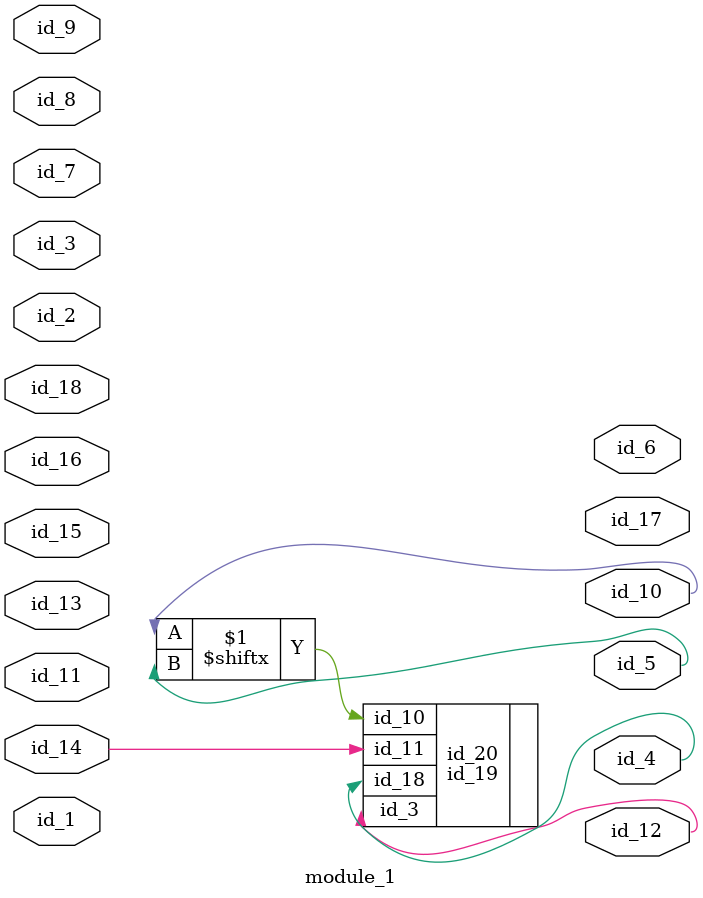
<source format=v>
module module_0 (
    output [id_1 : id_1] id_2,
    input [id_2 : id_1] id_3,
    input [id_2 : id_1] id_4,
    output [id_1 : id_2] id_5,
    input id_6,
    input [id_6 : 1] id_7,
    output id_8,
    output id_9
);
  id_10 id_11 (
      .id_1(id_9),
      .id_8(id_3)
  );
  assign id_11[id_1] = id_7;
  id_12 id_13 (
      .id_7(id_2),
      .id_1(id_9),
      .id_1(id_3),
      .id_6(id_7),
      .id_5(id_1)
  );
endmodule
module module_1 (
    id_1,
    id_2,
    id_3,
    id_4,
    id_5,
    id_6,
    id_7,
    id_8,
    id_9,
    id_10,
    id_11,
    id_12,
    id_13,
    id_14,
    id_15,
    id_16,
    id_17,
    id_18
);
  input id_18;
  output id_17;
  input id_16;
  input id_15;
  input id_14;
  input id_13;
  output id_12;
  input id_11;
  output id_10;
  input id_9;
  input id_8;
  input id_7;
  output id_6;
  output id_5;
  output id_4;
  input id_3;
  input id_2;
  input id_1;
  id_19 id_20 (
      .id_10(id_10[id_3 : id_5]),
      .id_3 (id_12),
      .id_11(id_14),
      .id_18(id_4)
  );
endmodule

</source>
